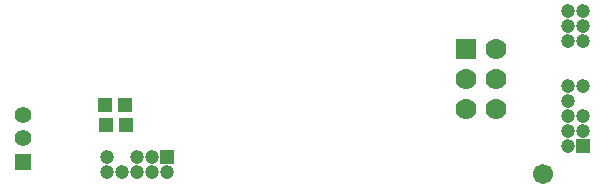
<source format=gbs>
G04 Layer_Color=16711935*
%FSLAX23Y23*%
%MOIN*%
G70*
G01*
G75*
%ADD45R,0.051X0.047*%
%ADD60C,0.055*%
%ADD61R,0.055X0.055*%
%ADD62R,0.047X0.047*%
%ADD63C,0.047*%
%ADD64R,0.047X0.047*%
%ADD65C,0.070*%
%ADD66R,0.070X0.070*%
%ADD67C,0.067*%
D45*
X690Y1064D02*
D03*
X756D02*
D03*
X755Y1130D02*
D03*
X689D02*
D03*
D60*
X413Y1018D02*
D03*
Y1097D02*
D03*
D61*
Y939D02*
D03*
D62*
X2281Y992D02*
D03*
D63*
X2231D02*
D03*
X2281Y1042D02*
D03*
X2231D02*
D03*
X2281Y1092D02*
D03*
X2231D02*
D03*
Y1142D02*
D03*
X2281Y1192D02*
D03*
X2231D02*
D03*
X2281Y1342D02*
D03*
X2231D02*
D03*
X2281Y1392D02*
D03*
X2231D02*
D03*
X2281Y1442D02*
D03*
X2231D02*
D03*
X695Y905D02*
D03*
Y955D02*
D03*
X745Y905D02*
D03*
X795D02*
D03*
Y955D02*
D03*
X845Y905D02*
D03*
Y955D02*
D03*
X895Y905D02*
D03*
D64*
Y955D02*
D03*
D65*
X1890Y1117D02*
D03*
Y1217D02*
D03*
X1990Y1117D02*
D03*
Y1217D02*
D03*
Y1317D02*
D03*
D66*
X1890D02*
D03*
D67*
X2149Y898D02*
D03*
M02*

</source>
